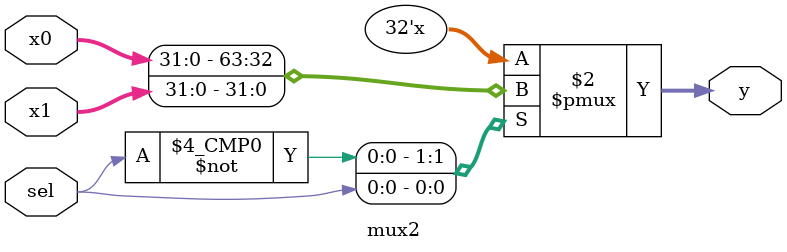
<source format=v>

`timescale 1ns/1ns

module mux2(x0, x1, y, sel);
	input [31 : 0]x0, x1;
	input  sel;
	output reg [31 : 0]y;

	always @(*) begin
		case(sel)
		1'b0:
			y = x0;
		1'b1:
			y = x1;
		endcase
	end
endmodule
</source>
